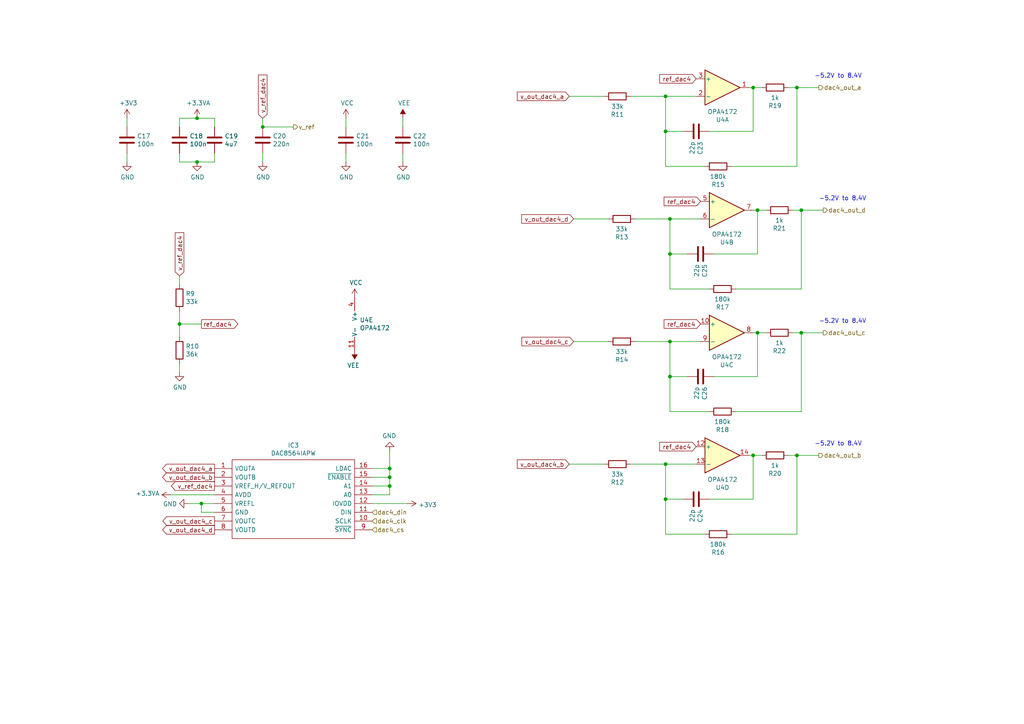
<source format=kicad_sch>
(kicad_sch (version 20211123) (generator eeschema)
  (paper "A4")
  (lib_symbols
    (symbol "Amplifier_Operational:TL074" (pin_names (offset 0.127))
      (property "Reference" "U" (at 0 5.08 0))
      (property "Value" "TL074" (at 0 -5.08 0))
      (symbol "TL074_1_1"
        (polyline (pts (xy -5.08 5.08) (xy 5.08 0) (xy -5.08 -5.08) (xy -5.08 5.08)) (stroke (width 0.254)) (fill (type background)))
        (pin output line (at 7.62 0 180) (length 2.54) (name "~") (number "1"))
        (pin input line (at -7.62 -2.54 0) (length 2.54) (name "-") (number "2"))
        (pin input line (at -7.62 2.54 0) (length 2.54) (name "+") (number "3"))
      )
      (symbol "TL074_2_1"
        (polyline (pts (xy -5.08 5.08) (xy 5.08 0) (xy -5.08 -5.08) (xy -5.08 5.08)) (stroke (width 0.254)) (fill (type background)))
        (pin input line (at -7.62 2.54 0) (length 2.54) (name "+") (number "5"))
        (pin input line (at -7.62 -2.54 0) (length 2.54) (name "-") (number "6"))
        (pin output line (at 7.62 0 180) (length 2.54) (name "~") (number "7"))
      )
      (symbol "TL074_3_1"
        (polyline (pts (xy -5.08 5.08) (xy 5.08 0) (xy -5.08 -5.08) (xy -5.08 5.08)) (stroke (width 0.254)) (fill (type background)))
        (pin input line (at -7.62 2.54 0) (length 2.54) (name "+") (number "10"))
        (pin output line (at 7.62 0 180) (length 2.54) (name "~") (number "8"))
        (pin input line (at -7.62 -2.54 0) (length 2.54) (name "-") (number "9"))
      )
      (symbol "TL074_4_1"
        (polyline (pts (xy -5.08 5.08) (xy 5.08 0) (xy -5.08 -5.08) (xy -5.08 5.08)) (stroke (width 0.254)) (fill (type background)))
        (pin input line (at -7.62 2.54 0) (length 2.54) (name "+") (number "12"))
        (pin input line (at -7.62 -2.54 0) (length 2.54) (name "-") (number "13"))
        (pin output line (at 7.62 0 180) (length 2.54) (name "~") (number "14"))
      )
      (symbol "TL074_5_1"
        (pin power_in line (at -2.54 -7.62 90) (length 3.81) (name "V-") (number "11"))
        (pin power_in line (at -2.54 7.62 270) (length 3.81) (name "V+") (number "4"))
      )
    )
    (symbol "DAC8564IAPW:DAC8564IAPW" (pin_names (offset 0.762))
      (property "Reference" "IC" (at 41.91 7.62 0))
      (property "Value" "DAC8564IAPW" (at 41.91 5.08 0))
      (symbol "DAC8564IAPW_0_0"
        (pin passive line (at 0 0 0) (length 5.08) (name "VOUTA") (number "1"))
        (pin passive line (at 45.72 -15.24 180) (length 5.08) (name "SCLK") (number "10"))
        (pin passive line (at 45.72 -12.7 180) (length 5.08) (name "DIN") (number "11"))
        (pin passive line (at 45.72 -10.16 180) (length 5.08) (name "IOVDD") (number "12"))
        (pin passive line (at 45.72 -7.62 180) (length 5.08) (name "A0") (number "13"))
        (pin passive line (at 45.72 -5.08 180) (length 5.08) (name "A1") (number "14"))
        (pin passive line (at 45.72 -2.54 180) (length 5.08) (name "~{ENABLE}") (number "15"))
        (pin passive line (at 45.72 0 180) (length 5.08) (name "LDAC") (number "16"))
        (pin passive line (at 0 -2.54 0) (length 5.08) (name "VOUTB") (number "2"))
        (pin passive line (at 0 -5.08 0) (length 5.08) (name "VREF_H/V_REFOUT") (number "3"))
        (pin passive line (at 0 -7.62 0) (length 5.08) (name "AVDD") (number "4"))
        (pin passive line (at 0 -10.16 0) (length 5.08) (name "VREFL") (number "5"))
        (pin passive line (at 0 -12.7 0) (length 5.08) (name "GND") (number "6"))
        (pin passive line (at 0 -15.24 0) (length 5.08) (name "VOUTC") (number "7"))
        (pin passive line (at 0 -17.78 0) (length 5.08) (name "VOUTD") (number "8"))
        (pin passive line (at 45.72 -17.78 180) (length 5.08) (name "~{SYNC}") (number "9"))
      )
      (symbol "DAC8564IAPW_0_1"
        (polyline (pts (xy 5.08 2.54) (xy 40.64 2.54) (xy 40.64 -20.32) (xy 5.08 -20.32) (xy 5.08 2.54)) (stroke (width 0.1524)))
      )
    )
    (symbol "Device:C" (pin_numbers hide) (pin_names (offset 0.254))
      (property "Reference" "C" (at 0.635 2.54 0))
      (property "Value" "C" (at 0.635 -2.54 0))
      (symbol "C_0_1"
        (polyline (pts (xy -2.032 -0.762) (xy 2.032 -0.762)) (stroke (width 0.508)))
        (polyline (pts (xy -2.032 0.762) (xy 2.032 0.762)) (stroke (width 0.508)))
      )
      (symbol "C_1_1"
        (pin passive line (at 0 3.81 270) (length 2.794) (name "~") (number "1"))
        (pin passive line (at 0 -3.81 90) (length 2.794) (name "~") (number "2"))
      )
    )
    (symbol "Device:R" (pin_numbers hide) (pin_names (offset 0))
      (property "Reference" "R" (at 2.032 0 90))
      (property "Value" "R" (at 0 0 90))
      (symbol "R_0_1"
        (rectangle (start -1.016 -2.54) (end 1.016 2.54) (stroke (width 0.254)))
      )
      (symbol "R_1_1"
        (pin passive line (at 0 3.81 270) (length 1.27) (name "~") (number "1"))
        (pin passive line (at 0 -3.81 90) (length 1.27) (name "~") (number "2"))
      )
    )
    (symbol "power:+3.3V" (power) (pin_names (offset 0))
      (property "Value" "+3.3V" (at 0 3.556 0))
      (symbol "+3.3V_0_1"
        (polyline (pts (xy -0.762 1.27) (xy 0 2.54)))
        (polyline (pts (xy 0 0) (xy 0 2.54)))
        (polyline (pts (xy 0 2.54) (xy 0.762 1.27)))
      )
      (symbol "+3.3V_1_1"
        (pin power_in line (at 0 0 90) (length 0) hide (name "+3V3") (number "1"))
      )
    )
    (symbol "power:+3.3VA" (power) (pin_names (offset 0))
      (property "Value" "+3.3VA" (at 0 3.556 0))
      (symbol "+3.3VA_0_1"
        (polyline (pts (xy -0.762 1.27) (xy 0 2.54)))
        (polyline (pts (xy 0 0) (xy 0 2.54)))
        (polyline (pts (xy 0 2.54) (xy 0.762 1.27)))
      )
      (symbol "+3.3VA_1_1"
        (pin power_in line (at 0 0 90) (length 0) hide (name "+3.3VA") (number "1"))
      )
    )
    (symbol "power:GND" (power) (pin_names (offset 0))
      (property "Value" "GND" (at 0 -3.81 0))
      (symbol "GND_0_1"
        (polyline (pts (xy 0 0) (xy 0 -1.27) (xy 1.27 -1.27) (xy 0 -2.54) (xy -1.27 -1.27) (xy 0 -1.27)))
      )
      (symbol "GND_1_1"
        (pin power_in line (at 0 0 270) (length 0) hide (name "GND") (number "1"))
      )
    )
    (symbol "power:VCC" (power) (pin_names (offset 0))
      (property "Value" "VCC" (at 0 3.81 0))
      (symbol "VCC_0_1"
        (polyline (pts (xy -0.762 1.27) (xy 0 2.54)))
        (polyline (pts (xy 0 0) (xy 0 2.54)))
        (polyline (pts (xy 0 2.54) (xy 0.762 1.27)))
      )
      (symbol "VCC_1_1"
        (pin power_in line (at 0 0 90) (length 0) hide (name "VCC") (number "1"))
      )
    )
    (symbol "power:VEE" (power) (pin_names (offset 0))
      (property "Value" "VEE" (at 0 3.81 0))
      (symbol "VEE_0_1"
        (polyline (pts (xy 0 0) (xy 0 2.54)))
        (polyline (pts (xy 0.762 1.27) (xy -0.762 1.27) (xy 0 2.54) (xy 0.762 1.27)) (fill (type outline)))
      )
      (symbol "VEE_1_1"
        (pin power_in line (at 0 0 90) (length 0) hide (name "VEE") (number "1"))
      )
    )
  )
  (junction (at 232.41 96.52))
  (junction (at 113.03 140.97))
  (junction (at 57.15 34.29))
  (junction (at 218.44 132.08))
  (junction (at 57.15 46.99))
  (junction (at 193.04 144.78))
  (junction (at 194.31 63.5))
  (junction (at 76.2 36.83))
  (junction (at 231.14 132.08))
  (junction (at 113.03 135.89))
  (junction (at 231.14 25.4))
  (junction (at 194.31 109.22))
  (junction (at 113.03 138.43))
  (junction (at 193.04 134.62))
  (junction (at 52.07 93.98))
  (junction (at 218.44 25.4))
  (junction (at 193.04 27.94))
  (junction (at 58.42 146.05))
  (junction (at 194.31 73.66))
  (junction (at 219.71 60.96))
  (junction (at 219.71 96.52))
  (junction (at 194.31 99.06))
  (junction (at 193.04 38.1))
  (junction (at 232.41 60.96))
  (wire (pts (xy 52.07 97.79) (xy 52.07 93.98)))
  (wire (pts (xy 62.23 34.29) (xy 62.23 36.83)))
  (wire (pts (xy 194.31 109.22) (xy 199.39 109.22)))
  (wire (pts (xy 107.95 143.51) (xy 113.03 143.51)))
  (wire (pts (xy 204.47 154.94) (xy 193.04 154.94)))
  (wire (pts (xy 116.84 46.99) (xy 116.84 44.45)))
  (wire (pts (xy 232.41 60.96) (xy 232.41 83.82)))
  (wire (pts (xy 52.07 93.98) (xy 58.42 93.98)))
  (wire (pts (xy 193.04 38.1) (xy 198.12 38.1)))
  (wire (pts (xy 218.44 144.78) (xy 218.44 132.08)))
  (wire (pts (xy 58.42 148.59) (xy 58.42 146.05)))
  (wire (pts (xy 193.04 134.62) (xy 201.93 134.62)))
  (wire (pts (xy 49.53 143.51) (xy 62.23 143.51)))
  (wire (pts (xy 113.03 140.97) (xy 113.03 138.43)))
  (wire (pts (xy 219.71 73.66) (xy 219.71 60.96)))
  (wire (pts (xy 229.87 60.96) (xy 232.41 60.96)))
  (wire (pts (xy 182.88 27.94) (xy 193.04 27.94)))
  (wire (pts (xy 54.61 146.05) (xy 58.42 146.05)))
  (wire (pts (xy 194.31 73.66) (xy 199.39 73.66)))
  (wire (pts (xy 193.04 134.62) (xy 193.04 144.78)))
  (wire (pts (xy 229.87 96.52) (xy 232.41 96.52)))
  (wire (pts (xy 232.41 60.96) (xy 238.76 60.96)))
  (wire (pts (xy 176.53 99.06) (xy 166.37 99.06)))
  (wire (pts (xy 52.07 93.98) (xy 52.07 90.17)))
  (wire (pts (xy 100.33 36.83) (xy 100.33 34.29)))
  (wire (pts (xy 228.6 132.08) (xy 231.14 132.08)))
  (wire (pts (xy 76.2 36.83) (xy 85.09 36.83)))
  (wire (pts (xy 194.31 73.66) (xy 194.31 83.82)))
  (wire (pts (xy 58.42 146.05) (xy 62.23 146.05)))
  (wire (pts (xy 182.88 134.62) (xy 193.04 134.62)))
  (wire (pts (xy 205.74 144.78) (xy 218.44 144.78)))
  (wire (pts (xy 222.25 96.52) (xy 219.71 96.52)))
  (wire (pts (xy 205.74 119.38) (xy 194.31 119.38)))
  (wire (pts (xy 36.83 36.83) (xy 36.83 34.29)))
  (wire (pts (xy 218.44 38.1) (xy 218.44 25.4)))
  (wire (pts (xy 107.95 138.43) (xy 113.03 138.43)))
  (wire (pts (xy 219.71 96.52) (xy 218.44 96.52)))
  (wire (pts (xy 100.33 46.99) (xy 100.33 44.45)))
  (wire (pts (xy 107.95 135.89) (xy 113.03 135.89)))
  (wire (pts (xy 204.47 48.26) (xy 193.04 48.26)))
  (wire (pts (xy 184.15 63.5) (xy 194.31 63.5)))
  (wire (pts (xy 193.04 144.78) (xy 193.04 154.94)))
  (wire (pts (xy 231.14 132.08) (xy 237.49 132.08)))
  (wire (pts (xy 193.04 38.1) (xy 193.04 48.26)))
  (wire (pts (xy 193.04 27.94) (xy 201.93 27.94)))
  (wire (pts (xy 193.04 144.78) (xy 198.12 144.78)))
  (wire (pts (xy 220.98 132.08) (xy 218.44 132.08)))
  (wire (pts (xy 107.95 146.05) (xy 118.11 146.05)))
  (wire (pts (xy 52.07 34.29) (xy 52.07 36.83)))
  (wire (pts (xy 207.01 73.66) (xy 219.71 73.66)))
  (wire (pts (xy 194.31 109.22) (xy 194.31 119.38)))
  (wire (pts (xy 52.07 80.01) (xy 52.07 82.55)))
  (wire (pts (xy 76.2 44.45) (xy 76.2 46.99)))
  (wire (pts (xy 57.15 34.29) (xy 52.07 34.29)))
  (wire (pts (xy 222.25 60.96) (xy 219.71 60.96)))
  (wire (pts (xy 62.23 46.99) (xy 62.23 44.45)))
  (wire (pts (xy 113.03 143.51) (xy 113.03 140.97)))
  (wire (pts (xy 36.83 46.99) (xy 36.83 44.45)))
  (wire (pts (xy 194.31 99.06) (xy 194.31 109.22)))
  (wire (pts (xy 231.14 132.08) (xy 231.14 154.94)))
  (wire (pts (xy 57.15 46.99) (xy 62.23 46.99)))
  (wire (pts (xy 220.98 25.4) (xy 218.44 25.4)))
  (wire (pts (xy 175.26 27.94) (xy 165.1 27.94)))
  (wire (pts (xy 218.44 25.4) (xy 217.17 25.4)))
  (wire (pts (xy 193.04 27.94) (xy 193.04 38.1)))
  (wire (pts (xy 219.71 60.96) (xy 218.44 60.96)))
  (wire (pts (xy 62.23 148.59) (xy 58.42 148.59)))
  (wire (pts (xy 205.74 38.1) (xy 218.44 38.1)))
  (wire (pts (xy 176.53 63.5) (xy 166.37 63.5)))
  (wire (pts (xy 231.14 25.4) (xy 237.49 25.4)))
  (wire (pts (xy 52.07 105.41) (xy 52.07 107.95)))
  (wire (pts (xy 228.6 25.4) (xy 231.14 25.4)))
  (wire (pts (xy 116.84 36.83) (xy 116.84 34.29)))
  (wire (pts (xy 76.2 36.83) (xy 76.2 34.29)))
  (wire (pts (xy 194.31 63.5) (xy 194.31 73.66)))
  (wire (pts (xy 232.41 96.52) (xy 232.41 119.38)))
  (wire (pts (xy 231.14 48.26) (xy 212.09 48.26)))
  (wire (pts (xy 232.41 96.52) (xy 238.76 96.52)))
  (wire (pts (xy 207.01 109.22) (xy 219.71 109.22)))
  (wire (pts (xy 231.14 154.94) (xy 212.09 154.94)))
  (wire (pts (xy 219.71 109.22) (xy 219.71 96.52)))
  (wire (pts (xy 175.26 134.62) (xy 165.1 134.62)))
  (wire (pts (xy 205.74 83.82) (xy 194.31 83.82)))
  (wire (pts (xy 194.31 63.5) (xy 203.2 63.5)))
  (wire (pts (xy 184.15 99.06) (xy 194.31 99.06)))
  (wire (pts (xy 113.03 135.89) (xy 113.03 130.81)))
  (wire (pts (xy 107.95 140.97) (xy 113.03 140.97)))
  (wire (pts (xy 194.31 99.06) (xy 203.2 99.06)))
  (wire (pts (xy 57.15 46.99) (xy 52.07 46.99)))
  (wire (pts (xy 57.15 34.29) (xy 62.23 34.29)))
  (wire (pts (xy 218.44 132.08) (xy 217.17 132.08)))
  (wire (pts (xy 52.07 46.99) (xy 52.07 44.45)))
  (wire (pts (xy 232.41 83.82) (xy 213.36 83.82)))
  (wire (pts (xy 232.41 119.38) (xy 213.36 119.38)))
  (wire (pts (xy 113.03 138.43) (xy 113.03 135.89)))
  (wire (pts (xy 231.14 25.4) (xy 231.14 48.26)))
  (text "-5.2V to 8.4V" (at 237.49 58.42 0) (effects (font (size 1.27 1.27)) (justify left bottom)))
  (text "-5.2V to 8.4V" (at 237.49 93.98 0) (effects (font (size 1.27 1.27)) (justify left bottom)))
  (text "-5.2V to 8.4V" (at 236.22 22.86 0) (effects (font (size 1.27 1.27)) (justify left bottom)))
  (text "-5.2V to 8.4V" (at 236.22 129.54 0) (effects (font (size 1.27 1.27)) (justify left bottom)))
  (global_label "v_out_dac4_a" (shape output) (at 62.23 135.89 180) (property "Intersheet References" "${INTERSHEET_REFS}" (effects hide)))
  (global_label "ref_dac4" (shape input) (at 201.93 129.54 180) (property "Intersheet References" "${INTERSHEET_REFS}" (effects hide)))
  (global_label "v_ref_dac4" (shape input) (at 76.2 34.29 90) (property "Intersheet References" "${INTERSHEET_REFS}" (effects hide)))
  (global_label "v_out_dac4_a" (shape input) (at 165.1 27.94 180) (property "Intersheet References" "${INTERSHEET_REFS}" (effects hide)))
  (global_label "ref_dac4" (shape input) (at 203.2 93.98 180) (property "Intersheet References" "${INTERSHEET_REFS}" (effects hide)))
  (global_label "v_out_dac4_c" (shape output) (at 62.23 151.13 180) (property "Intersheet References" "${INTERSHEET_REFS}" (effects hide)))
  (global_label "v_out_dac4_b" (shape input) (at 165.1 134.62 180) (property "Intersheet References" "${INTERSHEET_REFS}" (effects hide)))
  (global_label "v_out_dac4_c" (shape input) (at 166.37 99.06 180) (property "Intersheet References" "${INTERSHEET_REFS}" (effects hide)))
  (global_label "v_out_dac4_d" (shape output) (at 62.23 153.67 180) (property "Intersheet References" "${INTERSHEET_REFS}" (effects hide)))
  (global_label "ref_dac4" (shape input) (at 203.2 58.42 180) (property "Intersheet References" "${INTERSHEET_REFS}" (effects hide)))
  (global_label "ref_dac4" (shape output) (at 58.42 93.98 0) (property "Intersheet References" "${INTERSHEET_REFS}" (effects hide)))
  (global_label "v_out_dac4_d" (shape input) (at 166.37 63.5 180) (property "Intersheet References" "${INTERSHEET_REFS}" (effects hide)))
  (global_label "v_ref_dac4" (shape output) (at 62.23 140.97 180) (property "Intersheet References" "${INTERSHEET_REFS}" (effects hide)))
  (global_label "v_ref_dac4" (shape input) (at 52.07 80.01 90) (property "Intersheet References" "${INTERSHEET_REFS}" (effects hide)))
  (global_label "ref_dac4" (shape input) (at 201.93 22.86 180) (property "Intersheet References" "${INTERSHEET_REFS}" (effects hide)))
  (global_label "v_out_dac4_b" (shape output) (at 62.23 138.43 180) (property "Intersheet References" "${INTERSHEET_REFS}" (effects hide)))
  (hierarchical_label "dac4_din" (shape input) (at 107.95 148.59 0))
  (hierarchical_label "dac4_clk" (shape input) (at 107.95 151.13 0))
  (hierarchical_label "v_ref" (shape output) (at 85.09 36.83 0))
  (hierarchical_label "dac4_out_c" (shape output) (at 238.76 96.52 0))
  (hierarchical_label "dac4_out_d" (shape output) (at 238.76 60.96 0))
  (hierarchical_label "dac4_cs" (shape input) (at 107.95 153.67 0))
  (hierarchical_label "dac4_out_b" (shape output) (at 237.49 132.08 0))
  (hierarchical_label "dac4_out_a" (shape output) (at 237.49 25.4 0))
  (symbol (lib_id "DAC8564IAPW:DAC8564IAPW") (at 62.23 135.89 0) (unit 1)
    (property "Reference" "IC3" (at 85.09 129.159 0))
    (property "Value" "DAC8564IAPW" (at 85.09 131.4704 0))
    (property "Footprint" "SOP65P640X120-16N" (effects hide))
    (property "Datasheet" "http://www.ti.com/lit/gpn/dac8564" (effects hide))
    (property "Description" "16-Bit, Quad Channel, Ultra-Low Glitch, Voltage Output DAC with 2.5V, 2ppm/C Internal Reference" (effects hide))
    (property "Height" "1.2" (effects hide))
    (property "Manufacturer_Name" "Texas Instruments" (effects hide))
    (property "Manufacturer_Part_Number" "DAC8564IAPW" (effects hide))
    (property "Mouser Part Number" "595-DAC8564IAPW" (effects hide))
    (property "Mouser Price/Stock" "https://www.mouser.co.uk/ProductDetail/Texas-Instruments/DAC8564IAPW?qs=xL7PkI2RoJ7hkn2IPLSbKw%3D%3D" (effects hide))
    (property "Arrow Part Number" "DAC8564IAPW" (effects hide))
    (property "Arrow Price/Stock" "https://www.arrow.com/en/products/dac8564iapw/texas-instruments" (effects hide))
    (property "LCSC Part #" "C1554750" (effects hide))
    (property "LCSC" "C1554750" (effects hide))
  )
  (symbol (lib_id "power:GND") (at 113.03 130.81 180) (unit 1)
    (property "Reference" "#PWR0115" (effects hide))
    (property "Value" "GND" (at 112.903 126.4158 0))
  )
  (symbol (lib_id "power:+3.3VA") (at 57.15 34.29 0) (unit 1)
    (property "Reference" "#PWR0108" (effects hide))
    (property "Value" "+3.3VA" (at 57.531 29.8958 0))
  )
  (symbol (lib_id "power:+3.3V") (at 36.83 34.29 0) (unit 1)
    (property "Reference" "#PWR0103" (effects hide))
    (property "Value" "+3.3V" (at 37.211 29.8958 0))
  )
  (symbol (lib_id "Device:C") (at 52.07 40.64 180) (unit 1)
    (property "Reference" "C18" (at 54.991 39.4716 0) (effects (justify right)))
    (property "Value" "100n" (at 54.991 41.783 0) (effects (justify right)))
    (property "Footprint" "Capacitor_SMD:C_0603_1608Metric" (effects hide))
    (property "LCSC Part #" "C14663" (effects hide))
    (property "LCSC" "C14663" (effects hide))
  )
  (symbol (lib_id "power:GND") (at 57.15 46.99 0) (unit 1)
    (property "Reference" "#PWR0109" (effects hide))
    (property "Value" "GND" (at 57.277 51.3842 0))
  )
  (symbol (lib_id "power:GND") (at 54.61 146.05 270) (unit 1)
    (property "Reference" "#PWR0107" (effects hide))
    (property "Value" "GND" (at 51.3588 146.177 90) (effects (justify right)))
  )
  (symbol (lib_id "Device:C") (at 62.23 40.64 0) (unit 1)
    (property "Reference" "C19" (at 65.151 39.4716 0) (effects (justify left)))
    (property "Value" "4u7" (at 65.151 41.783 0) (effects (justify left)))
    (property "Footprint" "Capacitor_SMD:C_0603_1608Metric" (effects hide))
    (property "LCSC Part #" "C19666" (effects hide))
    (property "LCSC" "C19666" (effects hide))
  )
  (symbol (lib_id "power:+3.3VA") (at 49.53 143.51 90) (unit 1)
    (property "Reference" "#PWR0105" (effects hide))
    (property "Value" "+3.3VA" (at 46.3042 143.129 90) (effects (justify left)))
  )
  (symbol (lib_id "power:GND") (at 76.2 46.99 0) (unit 1)
    (property "Reference" "#PWR0110" (effects hide))
    (property "Value" "GND" (at 76.327 51.3842 0))
  )
  (symbol (lib_id "Device:C") (at 76.2 40.64 180) (unit 1)
    (property "Reference" "C20" (at 79.121 39.4716 0) (effects (justify right)))
    (property "Value" "220n" (at 79.121 41.783 0) (effects (justify right)))
    (property "Footprint" "Capacitor_SMD:C_0603_1608Metric" (effects hide))
    (property "LCSC Part #" "C21120" (effects hide))
    (property "LCSC" "C21120" (effects hide))
  )
  (symbol (lib_id "power:+3.3V") (at 118.11 146.05 270) (unit 1)
    (property "Reference" "#PWR0118" (effects hide))
    (property "Value" "+3.3V" (at 121.3612 146.431 90) (effects (justify left)))
  )
  (symbol (lib_id "Device:C") (at 36.83 40.64 180) (unit 1)
    (property "Reference" "C17" (at 39.751 39.4716 0) (effects (justify right)))
    (property "Value" "100n" (at 39.751 41.783 0) (effects (justify right)))
    (property "Footprint" "Capacitor_SMD:C_0603_1608Metric" (effects hide))
    (property "LCSC Part #" "C14663" (effects hide))
    (property "LCSC" "C14663" (effects hide))
  )
  (symbol (lib_id "power:GND") (at 36.83 46.99 0) (unit 1)
    (property "Reference" "#PWR0104" (effects hide))
    (property "Value" "GND" (at 36.957 51.3842 0))
  )
  (symbol (lib_id "Device:R") (at 52.07 101.6 180) (unit 1)
    (property "Reference" "R10" (at 53.848 100.4316 0) (effects (justify right)))
    (property "Value" "36k" (at 53.848 102.743 0) (effects (justify right)))
    (property "Footprint" "Resistor_SMD:R_0603_1608Metric" (effects hide))
    (property "LCSC Part #" "C23147" (effects hide))
    (property "LCSC" "C23147" (effects hide))
  )
  (symbol (lib_id "Device:R") (at 179.07 27.94 270) (unit 1)
    (property "Reference" "R11" (at 179.07 33.1978 90))
    (property "Value" "33k" (at 179.07 30.8864 90))
    (property "Footprint" "Resistor_SMD:R_0603_1608Metric" (effects hide))
    (property "LCSC Part #" "C4216" (effects hide))
    (property "LCSC" "C4216" (effects hide))
  )
  (symbol (lib_id "Device:R") (at 52.07 86.36 0) (unit 1)
    (property "Reference" "R9" (at 53.848 85.1916 0) (effects (justify left)))
    (property "Value" "33k" (at 53.848 87.503 0) (effects (justify left)))
    (property "Footprint" "Resistor_SMD:R_0603_1608Metric" (effects hide))
    (property "LCSC Part #" "C4216" (effects hide))
    (property "LCSC" "C4216" (effects hide))
  )
  (symbol (lib_id "Amplifier_Operational:TL074") (at 209.55 25.4 0) (unit 1)
    (property "Reference" "U4" (at 209.55 34.7218 0))
    (property "Value" "OPA4172" (at 209.55 32.4104 0))
    (property "Footprint" "Package_SO:TSSOP-14_4.4x5mm_P0.65mm" (effects hide))
    (property "Datasheet" "http://www.ti.com/lit/ds/symlink/tl071.pdf" (effects hide))
  )
  (symbol (lib_id "Device:R") (at 224.79 25.4 270) (unit 1)
    (property "Reference" "R19" (at 224.79 30.6578 90))
    (property "Value" "1k" (at 224.79 28.3464 90))
    (property "Footprint" "Resistor_SMD:R_0603_1608Metric" (effects hide))
    (property "LCSC Part #" "C21190" (effects hide))
    (property "LCSC" "C21190" (effects hide))
  )
  (symbol (lib_id "Device:R") (at 208.28 48.26 270) (unit 1)
    (property "Reference" "R15" (at 208.28 53.5178 90))
    (property "Value" "180k" (at 208.28 51.2064 90))
    (property "Footprint" "Resistor_SMD:R_0603_1608Metric" (effects hide))
    (property "LCSC Part #" "C22827" (effects hide))
    (property "LCSC" "C22827" (effects hide))
  )
  (symbol (lib_id "power:GND") (at 52.07 107.95 0) (unit 1)
    (property "Reference" "#PWR0106" (effects hide))
    (property "Value" "GND" (at 52.197 112.3442 0))
  )
  (symbol (lib_id "Amplifier_Operational:TL074") (at 105.41 93.98 0) (unit 5)
    (property "Reference" "U4" (at 104.3432 92.8116 0) (effects (justify left)))
    (property "Value" "OPA4172" (at 104.3432 95.123 0) (effects (justify left)))
    (property "Footprint" "Package_SO:TSSOP-14_4.4x5mm_P0.65mm" (effects hide))
    (property "Datasheet" "http://www.ti.com/lit/ds/symlink/tl071.pdf" (effects hide))
  )
  (symbol (lib_id "Device:C") (at 100.33 40.64 180) (unit 1)
    (property "Reference" "C21" (at 103.251 39.4716 0) (effects (justify right)))
    (property "Value" "100n" (at 103.251 41.783 0) (effects (justify right)))
    (property "Footprint" "Capacitor_SMD:C_0603_1608Metric" (effects hide))
    (property "LCSC Part #" "C14663" (effects hide))
    (property "LCSC" "C14663" (effects hide))
  )
  (symbol (lib_id "power:GND") (at 100.33 46.99 0) (unit 1)
    (property "Reference" "#PWR0112" (effects hide))
    (property "Value" "GND" (at 100.457 51.3842 0))
  )
  (symbol (lib_id "Device:C") (at 116.84 40.64 180) (unit 1)
    (property "Reference" "C22" (at 119.761 39.4716 0) (effects (justify right)))
    (property "Value" "100n" (at 119.761 41.783 0) (effects (justify right)))
    (property "Footprint" "Capacitor_SMD:C_0603_1608Metric" (effects hide))
    (property "LCSC Part #" "C14663" (effects hide))
    (property "LCSC" "C14663" (effects hide))
  )
  (symbol (lib_id "power:GND") (at 116.84 46.99 0) (unit 1)
    (property "Reference" "#PWR0117" (effects hide))
    (property "Value" "GND" (at 116.967 51.3842 0))
  )
  (symbol (lib_id "Device:C") (at 201.93 38.1 90) (unit 1)
    (property "Reference" "C23" (at 203.0984 41.021 0) (effects (justify right)))
    (property "Value" "22p" (at 200.787 41.021 0) (effects (justify right)))
    (property "Footprint" "Capacitor_SMD:C_0603_1608Metric" (effects hide))
    (property "LCSC Part #" "C1653" (effects hide))
    (property "LCSC" "C1653" (effects hide))
  )
  (symbol (lib_id "Device:R") (at 180.34 63.5 270) (unit 1)
    (property "Reference" "R13" (at 180.34 68.7578 90))
    (property "Value" "33k" (at 180.34 66.4464 90))
    (property "Footprint" "Resistor_SMD:R_0603_1608Metric" (effects hide))
    (property "LCSC Part #" "C4216" (effects hide))
    (property "LCSC" "C4216" (effects hide))
  )
  (symbol (lib_id "Amplifier_Operational:TL074") (at 210.82 60.96 0) (unit 2)
    (property "Reference" "U4" (at 210.82 70.2818 0))
    (property "Value" "OPA4172" (at 210.82 67.9704 0))
    (property "Footprint" "Package_SO:TSSOP-14_4.4x5mm_P0.65mm" (effects hide))
    (property "Datasheet" "http://www.ti.com/lit/ds/symlink/tl071.pdf" (effects hide))
  )
  (symbol (lib_id "Device:R") (at 226.06 60.96 270) (unit 1)
    (property "Reference" "R21" (at 226.06 66.2178 90))
    (property "Value" "1k" (at 226.06 63.9064 90))
    (property "Footprint" "Resistor_SMD:R_0603_1608Metric" (effects hide))
    (property "LCSC Part #" "C21190" (effects hide))
    (property "LCSC" "C21190" (effects hide))
  )
  (symbol (lib_id "Device:R") (at 209.55 83.82 270) (unit 1)
    (property "Reference" "R17" (at 209.55 89.0778 90))
    (property "Value" "180k" (at 209.55 86.7664 90))
    (property "Footprint" "Resistor_SMD:R_0603_1608Metric" (effects hide))
    (property "LCSC Part #" "C22827" (effects hide))
    (property "LCSC" "C22827" (effects hide))
  )
  (symbol (lib_id "Device:C") (at 203.2 73.66 90) (unit 1)
    (property "Reference" "C25" (at 204.3684 76.581 0) (effects (justify right)))
    (property "Value" "22p" (at 202.057 76.581 0) (effects (justify right)))
    (property "Footprint" "Capacitor_SMD:C_0603_1608Metric" (effects hide))
    (property "LCSC Part #" "C1653" (effects hide))
    (property "LCSC" "C1653" (effects hide))
  )
  (symbol (lib_id "Device:R") (at 180.34 99.06 270) (unit 1)
    (property "Reference" "R14" (at 180.34 104.3178 90))
    (property "Value" "33k" (at 180.34 102.0064 90))
    (property "Footprint" "Resistor_SMD:R_0603_1608Metric" (effects hide))
    (property "LCSC Part #" "C4216" (effects hide))
    (property "LCSC" "C4216" (effects hide))
  )
  (symbol (lib_id "Amplifier_Operational:TL074") (at 210.82 96.52 0) (unit 3)
    (property "Reference" "U4" (at 210.82 105.8418 0))
    (property "Value" "OPA4172" (at 210.82 103.5304 0))
    (property "Footprint" "Package_SO:TSSOP-14_4.4x5mm_P0.65mm" (effects hide))
    (property "Datasheet" "http://www.ti.com/lit/ds/symlink/tl071.pdf" (effects hide))
  )
  (symbol (lib_id "Device:R") (at 226.06 96.52 270) (unit 1)
    (property "Reference" "R22" (at 226.06 101.7778 90))
    (property "Value" "1k" (at 226.06 99.4664 90))
    (property "Footprint" "Resistor_SMD:R_0603_1608Metric" (effects hide))
    (property "LCSC Part #" "C21190" (effects hide))
    (property "LCSC" "C21190" (effects hide))
  )
  (symbol (lib_id "Device:R") (at 209.55 119.38 270) (unit 1)
    (property "Reference" "R18" (at 209.55 124.6378 90))
    (property "Value" "180k" (at 209.55 122.3264 90))
    (property "Footprint" "Resistor_SMD:R_0603_1608Metric" (effects hide))
    (property "LCSC Part #" "C22827" (effects hide))
    (property "LCSC" "C22827" (effects hide))
  )
  (symbol (lib_id "Device:C") (at 203.2 109.22 90) (unit 1)
    (property "Reference" "C26" (at 204.3684 112.141 0) (effects (justify right)))
    (property "Value" "22p" (at 202.057 112.141 0) (effects (justify right)))
    (property "Footprint" "Capacitor_SMD:C_0603_1608Metric" (effects hide))
    (property "LCSC Part #" "C1653" (effects hide))
    (property "LCSC" "C1653" (effects hide))
  )
  (symbol (lib_id "Device:R") (at 179.07 134.62 270) (unit 1)
    (property "Reference" "R12" (at 179.07 139.8778 90))
    (property "Value" "33k" (at 179.07 137.5664 90))
    (property "Footprint" "Resistor_SMD:R_0603_1608Metric" (effects hide))
    (property "LCSC Part #" "C4216" (effects hide))
    (property "LCSC" "C4216" (effects hide))
  )
  (symbol (lib_id "Amplifier_Operational:TL074") (at 209.55 132.08 0) (unit 4)
    (property "Reference" "U4" (at 209.55 141.4018 0))
    (property "Value" "OPA4172" (at 209.55 139.0904 0))
    (property "Footprint" "Package_SO:TSSOP-14_4.4x5mm_P0.65mm" (effects hide))
    (property "Datasheet" "http://www.ti.com/lit/ds/symlink/tl071.pdf" (effects hide))
  )
  (symbol (lib_id "Device:R") (at 224.79 132.08 270) (unit 1)
    (property "Reference" "R20" (at 224.79 137.3378 90))
    (property "Value" "1k" (at 224.79 135.0264 90))
    (property "Footprint" "Resistor_SMD:R_0603_1608Metric" (effects hide))
    (property "LCSC Part #" "C21190" (effects hide))
    (property "LCSC" "C21190" (effects hide))
  )
  (symbol (lib_id "Device:R") (at 208.28 154.94 270) (unit 1)
    (property "Reference" "R16" (at 208.28 160.1978 90))
    (property "Value" "180k" (at 208.28 157.8864 90))
    (property "Footprint" "Resistor_SMD:R_0603_1608Metric" (effects hide))
    (property "LCSC Part #" "C22827" (effects hide))
    (property "LCSC" "C22827" (effects hide))
  )
  (symbol (lib_id "Device:C") (at 201.93 144.78 90) (unit 1)
    (property "Reference" "C24" (at 203.0984 147.701 0) (effects (justify right)))
    (property "Value" "22p" (at 200.787 147.701 0) (effects (justify right)))
    (property "Footprint" "Capacitor_SMD:C_0603_1608Metric" (effects hide))
    (property "LCSC Part #" "C1653" (effects hide))
    (property "LCSC" "C1653" (effects hide))
  )
  (symbol (lib_id "power:VCC") (at 100.33 34.29 0) (unit 1)
    (property "Reference" "#PWR0111" (effects hide))
    (property "Value" "VCC" (at 100.711 29.8958 0))
  )
  (symbol (lib_id "power:VEE") (at 116.84 34.29 0) (unit 1)
    (property "Reference" "#PWR0116" (effects hide))
    (property "Value" "VEE" (at 117.221 29.8958 0))
  )
  (symbol (lib_id "power:VCC") (at 102.87 86.36 0) (unit 1)
    (property "Reference" "#PWR0113" (effects hide))
    (property "Value" "VCC" (at 103.251 81.9658 0))
  )
  (symbol (lib_id "power:VEE") (at 102.87 101.6 180) (unit 1)
    (property "Reference" "#PWR0114" (effects hide))
    (property "Value" "VEE" (at 102.489 105.9942 0))
  )
)
</source>
